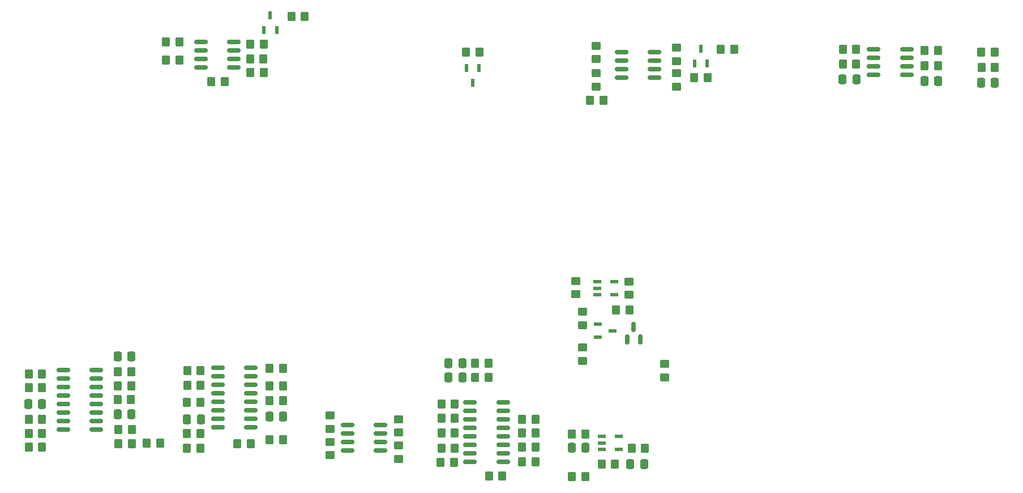
<source format=gbr>
%TF.GenerationSoftware,KiCad,Pcbnew,9.0.3*%
%TF.CreationDate,2025-09-21T15:13:23+09:00*%
%TF.ProjectId,SynthBoard,53796e74-6842-46f6-9172-642e6b696361,rev?*%
%TF.SameCoordinates,Original*%
%TF.FileFunction,Paste,Top*%
%TF.FilePolarity,Positive*%
%FSLAX46Y46*%
G04 Gerber Fmt 4.6, Leading zero omitted, Abs format (unit mm)*
G04 Created by KiCad (PCBNEW 9.0.3) date 2025-09-21 15:13:23*
%MOMM*%
%LPD*%
G01*
G04 APERTURE LIST*
G04 Aperture macros list*
%AMRoundRect*
0 Rectangle with rounded corners*
0 $1 Rounding radius*
0 $2 $3 $4 $5 $6 $7 $8 $9 X,Y pos of 4 corners*
0 Add a 4 corners polygon primitive as box body*
4,1,4,$2,$3,$4,$5,$6,$7,$8,$9,$2,$3,0*
0 Add four circle primitives for the rounded corners*
1,1,$1+$1,$2,$3*
1,1,$1+$1,$4,$5*
1,1,$1+$1,$6,$7*
1,1,$1+$1,$8,$9*
0 Add four rect primitives between the rounded corners*
20,1,$1+$1,$2,$3,$4,$5,0*
20,1,$1+$1,$4,$5,$6,$7,0*
20,1,$1+$1,$6,$7,$8,$9,0*
20,1,$1+$1,$8,$9,$2,$3,0*%
G04 Aperture macros list end*
%ADD10R,1.150000X0.600000*%
%ADD11RoundRect,0.250000X0.350000X0.450000X-0.350000X0.450000X-0.350000X-0.450000X0.350000X-0.450000X0*%
%ADD12RoundRect,0.250000X-0.350000X-0.450000X0.350000X-0.450000X0.350000X0.450000X-0.350000X0.450000X0*%
%ADD13RoundRect,0.250000X0.337500X0.475000X-0.337500X0.475000X-0.337500X-0.475000X0.337500X-0.475000X0*%
%ADD14RoundRect,0.250000X0.450000X-0.350000X0.450000X0.350000X-0.450000X0.350000X-0.450000X-0.350000X0*%
%ADD15R,0.600000X1.150000*%
%ADD16RoundRect,0.250000X-0.337500X-0.475000X0.337500X-0.475000X0.337500X0.475000X-0.337500X0.475000X0*%
%ADD17RoundRect,0.150000X-0.825000X-0.150000X0.825000X-0.150000X0.825000X0.150000X-0.825000X0.150000X0*%
%ADD18RoundRect,0.250000X-0.450000X0.350000X-0.450000X-0.350000X0.450000X-0.350000X0.450000X0.350000X0*%
%ADD19RoundRect,0.150000X0.150000X-0.587500X0.150000X0.587500X-0.150000X0.587500X-0.150000X-0.587500X0*%
%ADD20R,1.200000X0.600000*%
G04 APERTURE END LIST*
D10*
%TO.C,Q4*%
X259207000Y-94107000D03*
X259207000Y-96007000D03*
X261407000Y-95057000D03*
%TD*%
D11*
%TO.C,R59*%
X249832000Y-110282000D03*
X247832000Y-110282000D03*
%TD*%
%TO.C,R27*%
X189504000Y-109774000D03*
X187504000Y-109774000D03*
%TD*%
D12*
%TO.C,R86*%
X213360000Y-48133000D03*
X215360000Y-48133000D03*
%TD*%
%TO.C,R30*%
X205246500Y-111933000D03*
X207246500Y-111933000D03*
%TD*%
D13*
%TO.C,C11*%
X176079500Y-105964000D03*
X174004500Y-105964000D03*
%TD*%
D11*
%TO.C,R76*%
X196580000Y-51943000D03*
X194580000Y-51943000D03*
%TD*%
D14*
%TO.C,R79*%
X219128500Y-113662000D03*
X219128500Y-111662000D03*
%TD*%
D12*
%TO.C,R83*%
X207189000Y-52243000D03*
X209189000Y-52243000D03*
%TD*%
D13*
%TO.C,C10*%
X199812500Y-108250000D03*
X197737500Y-108250000D03*
%TD*%
D15*
%TO.C,Q8*%
X209235000Y-50122000D03*
X211135000Y-50122000D03*
X210185000Y-47922000D03*
%TD*%
D14*
%TO.C,R49*%
X256921000Y-94202000D03*
X256921000Y-92202000D03*
%TD*%
%TO.C,R62*%
X270927000Y-58552000D03*
X270927000Y-56552000D03*
%TD*%
D11*
%TO.C,R81*%
X209173000Y-54402000D03*
X207173000Y-54402000D03*
%TD*%
D12*
%TO.C,R56*%
X247832000Y-108250000D03*
X249832000Y-108250000D03*
%TD*%
D11*
%TO.C,R18*%
X189377000Y-103297000D03*
X187377000Y-103297000D03*
%TD*%
D12*
%TO.C,R64*%
X242895000Y-116759000D03*
X244895000Y-116759000D03*
%TD*%
D16*
%TO.C,C15*%
X316493000Y-57958000D03*
X318568000Y-57958000D03*
%TD*%
D12*
%TO.C,R109*%
X295803000Y-55164000D03*
X297803000Y-55164000D03*
%TD*%
%TO.C,R71*%
X235783000Y-105964000D03*
X237783000Y-105964000D03*
%TD*%
D14*
%TO.C,R57*%
X258953000Y-58568000D03*
X258953000Y-56568000D03*
%TD*%
D11*
%TO.C,R70*%
X266228000Y-112568000D03*
X264228000Y-112568000D03*
%TD*%
%TO.C,R2*%
X189393000Y-101138000D03*
X187393000Y-101138000D03*
%TD*%
%TO.C,R53*%
X242820000Y-99868000D03*
X240820000Y-99868000D03*
%TD*%
D14*
%TO.C,R51*%
X256921000Y-99536000D03*
X256921000Y-97536000D03*
%TD*%
D12*
%TO.C,R72*%
X235783000Y-110282000D03*
X237783000Y-110282000D03*
%TD*%
%TO.C,R122*%
X308027000Y-53132000D03*
X310027000Y-53132000D03*
%TD*%
D11*
%TO.C,R110*%
X310027000Y-55418000D03*
X308027000Y-55418000D03*
%TD*%
D13*
%TO.C,C7*%
X257323500Y-112522000D03*
X255248500Y-112522000D03*
%TD*%
D17*
%TO.C,U4*%
X199807000Y-51862000D03*
X199807000Y-53132000D03*
X199807000Y-54402000D03*
X199807000Y-55672000D03*
X204757000Y-55672000D03*
X204757000Y-54402000D03*
X204757000Y-53132000D03*
X204757000Y-51862000D03*
%TD*%
D14*
%TO.C,R80*%
X229415500Y-114186000D03*
X229415500Y-112186000D03*
%TD*%
D18*
%TO.C,R47*%
X263815000Y-87676000D03*
X263815000Y-89676000D03*
%TD*%
D12*
%TO.C,R77*%
X235656000Y-114727000D03*
X237656000Y-114727000D03*
%TD*%
%TO.C,R66*%
X255286000Y-110490000D03*
X257286000Y-110490000D03*
%TD*%
D11*
%TO.C,R58*%
X249832000Y-112441000D03*
X247832000Y-112441000D03*
%TD*%
D18*
%TO.C,R85*%
X229415500Y-108265000D03*
X229415500Y-110265000D03*
%TD*%
D12*
%TO.C,R33*%
X239463000Y-53386000D03*
X241463000Y-53386000D03*
%TD*%
%TO.C,R89*%
X197769500Y-103170000D03*
X199769500Y-103170000D03*
%TD*%
D11*
%TO.C,R93*%
X199753500Y-112568000D03*
X197753500Y-112568000D03*
%TD*%
%TO.C,R32*%
X189509500Y-111933000D03*
X187509500Y-111933000D03*
%TD*%
D19*
%TO.C,Q1*%
X263591000Y-96363000D03*
X265491000Y-96363000D03*
X264541000Y-94488000D03*
%TD*%
D11*
%TO.C,R91*%
X199737500Y-110409000D03*
X197737500Y-110409000D03*
%TD*%
D17*
%TO.C,U6*%
X221733500Y-109122000D03*
X221733500Y-110392000D03*
X221733500Y-111662000D03*
X221733500Y-112932000D03*
X226683500Y-112932000D03*
X226683500Y-111662000D03*
X226683500Y-110392000D03*
X226683500Y-109122000D03*
%TD*%
D16*
%TO.C,C4*%
X187361000Y-107488000D03*
X189436000Y-107488000D03*
%TD*%
D12*
%TO.C,R50*%
X261906000Y-91948000D03*
X263906000Y-91948000D03*
%TD*%
D11*
%TO.C,R94*%
X176079500Y-110409000D03*
X174079500Y-110409000D03*
%TD*%
D12*
%TO.C,R68*%
X277563000Y-53005000D03*
X279563000Y-53005000D03*
%TD*%
%TO.C,R73*%
X235783000Y-108123000D03*
X237783000Y-108123000D03*
%TD*%
D11*
%TO.C,R28*%
X212088500Y-111379000D03*
X210088500Y-111379000D03*
%TD*%
D12*
%TO.C,R65*%
X273594000Y-57196000D03*
X275594000Y-57196000D03*
%TD*%
D11*
%TO.C,R69*%
X261751000Y-114981000D03*
X259751000Y-114981000D03*
%TD*%
D17*
%TO.C,U3*%
X262737000Y-53386000D03*
X262737000Y-54656000D03*
X262737000Y-55926000D03*
X262737000Y-57196000D03*
X267687000Y-57196000D03*
X267687000Y-55926000D03*
X267687000Y-54656000D03*
X267687000Y-53386000D03*
%TD*%
%TO.C,U2*%
X179254500Y-100884000D03*
X179254500Y-102154000D03*
X179254500Y-103424000D03*
X179254500Y-104694000D03*
X179254500Y-105964000D03*
X179254500Y-107234000D03*
X179254500Y-108504000D03*
X179254500Y-109774000D03*
X184204500Y-109774000D03*
X184204500Y-108504000D03*
X184204500Y-107234000D03*
X184204500Y-105964000D03*
X184204500Y-104694000D03*
X184204500Y-103424000D03*
X184204500Y-102154000D03*
X184204500Y-100884000D03*
%TD*%
D16*
%TO.C,C6*%
X236829500Y-102027000D03*
X238904500Y-102027000D03*
%TD*%
D15*
%TO.C,Q6*%
X273660000Y-55146000D03*
X275560000Y-55146000D03*
X274610000Y-52946000D03*
%TD*%
D17*
%TO.C,U8*%
X240069000Y-105710000D03*
X240069000Y-106980000D03*
X240069000Y-108250000D03*
X240069000Y-109520000D03*
X240069000Y-110790000D03*
X240069000Y-112060000D03*
X240069000Y-113330000D03*
X240069000Y-114600000D03*
X245019000Y-114600000D03*
X245019000Y-113330000D03*
X245019000Y-112060000D03*
X245019000Y-110790000D03*
X245019000Y-109520000D03*
X245019000Y-108250000D03*
X245019000Y-106980000D03*
X245019000Y-105710000D03*
%TD*%
D13*
%TO.C,C21*%
X297856500Y-57450000D03*
X295781500Y-57450000D03*
%TD*%
D16*
%TO.C,C8*%
X210035000Y-107869000D03*
X212110000Y-107869000D03*
%TD*%
D11*
%TO.C,R3*%
X212072500Y-100630000D03*
X210072500Y-100630000D03*
%TD*%
D12*
%TO.C,R78*%
X201347000Y-57831000D03*
X203347000Y-57831000D03*
%TD*%
D16*
%TO.C,C22*%
X307995000Y-57704000D03*
X310070000Y-57704000D03*
%TD*%
D11*
%TO.C,R31*%
X199769500Y-101011000D03*
X197769500Y-101011000D03*
%TD*%
%TO.C,R14*%
X189361000Y-105329000D03*
X187361000Y-105329000D03*
%TD*%
D15*
%TO.C,Q7*%
X241397000Y-55758000D03*
X239497000Y-55758000D03*
X240447000Y-57958000D03*
%TD*%
D16*
%TO.C,C9*%
X264026000Y-114981000D03*
X266101000Y-114981000D03*
%TD*%
D18*
%TO.C,R46*%
X255905000Y-87615000D03*
X255905000Y-89615000D03*
%TD*%
D12*
%TO.C,R92*%
X174063500Y-108250000D03*
X176063500Y-108250000D03*
%TD*%
D14*
%TO.C,R84*%
X219128500Y-109725000D03*
X219128500Y-107725000D03*
%TD*%
%TO.C,R48*%
X269149000Y-101995000D03*
X269149000Y-99995000D03*
%TD*%
D12*
%TO.C,R87*%
X197737500Y-105710000D03*
X199737500Y-105710000D03*
%TD*%
D17*
%TO.C,U5*%
X202369500Y-100601000D03*
X202369500Y-101871000D03*
X202369500Y-103141000D03*
X202369500Y-104411000D03*
X202369500Y-105681000D03*
X202369500Y-106951000D03*
X202369500Y-108221000D03*
X202369500Y-109491000D03*
X207319500Y-109491000D03*
X207319500Y-108221000D03*
X207319500Y-106951000D03*
X207319500Y-105681000D03*
X207319500Y-104411000D03*
X207319500Y-103141000D03*
X207319500Y-101871000D03*
X207319500Y-100601000D03*
%TD*%
D18*
%TO.C,R61*%
X270927000Y-52742000D03*
X270927000Y-54742000D03*
%TD*%
D12*
%TO.C,R88*%
X174063500Y-103551000D03*
X176063500Y-103551000D03*
%TD*%
D11*
%TO.C,R111*%
X297803000Y-53005000D03*
X295803000Y-53005000D03*
%TD*%
D16*
%TO.C,C5*%
X236851000Y-99868000D03*
X238926000Y-99868000D03*
%TD*%
%TO.C,C3*%
X187361000Y-98852000D03*
X189436000Y-98852000D03*
%TD*%
D11*
%TO.C,R106*%
X318568000Y-55672000D03*
X316568000Y-55672000D03*
%TD*%
%TO.C,R1*%
X193695000Y-111806000D03*
X191695000Y-111806000D03*
%TD*%
D20*
%TO.C,IC1*%
X259116000Y-87742000D03*
X259116000Y-88692000D03*
X259116000Y-89642000D03*
X261616000Y-89642000D03*
X261616000Y-87742000D03*
%TD*%
D12*
%TO.C,R67*%
X255286000Y-116840000D03*
X257286000Y-116840000D03*
%TD*%
D11*
%TO.C,R82*%
X209205000Y-56434000D03*
X207205000Y-56434000D03*
%TD*%
D12*
%TO.C,R75*%
X235783000Y-112568000D03*
X237783000Y-112568000D03*
%TD*%
D11*
%TO.C,R15*%
X212072500Y-105456000D03*
X210072500Y-105456000D03*
%TD*%
D12*
%TO.C,R74*%
X194580000Y-54610000D03*
X196580000Y-54610000D03*
%TD*%
D11*
%TO.C,R26*%
X212072500Y-103297000D03*
X210072500Y-103297000D03*
%TD*%
D20*
%TO.C,IC2*%
X259771000Y-110856000D03*
X259771000Y-111806000D03*
X259771000Y-112756000D03*
X262271000Y-112756000D03*
X262271000Y-110856000D03*
%TD*%
D11*
%TO.C,R97*%
X318536000Y-53386000D03*
X316536000Y-53386000D03*
%TD*%
%TO.C,R54*%
X242804000Y-102027000D03*
X240804000Y-102027000D03*
%TD*%
D14*
%TO.C,R60*%
X258953000Y-54467000D03*
X258953000Y-52467000D03*
%TD*%
D11*
%TO.C,R29*%
X176079500Y-112441000D03*
X174079500Y-112441000D03*
%TD*%
D12*
%TO.C,R90*%
X174079500Y-101519000D03*
X176079500Y-101519000D03*
%TD*%
D11*
%TO.C,R63*%
X249832000Y-114600000D03*
X247832000Y-114600000D03*
%TD*%
D12*
%TO.C,R52*%
X258005000Y-60625000D03*
X260005000Y-60625000D03*
%TD*%
D17*
%TO.C,U9*%
X300440000Y-53005000D03*
X300440000Y-54275000D03*
X300440000Y-55545000D03*
X300440000Y-56815000D03*
X305390000Y-56815000D03*
X305390000Y-55545000D03*
X305390000Y-54275000D03*
X305390000Y-53005000D03*
%TD*%
M02*

</source>
